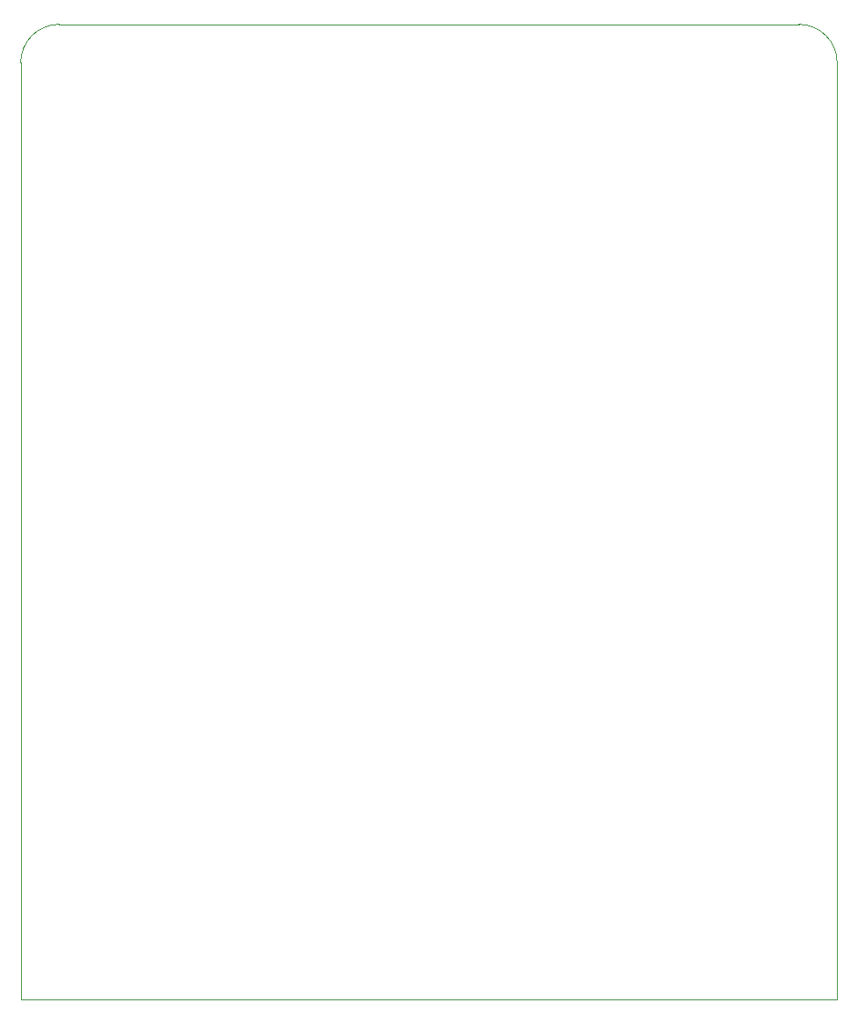
<source format=gbr>
G04 #@! TF.GenerationSoftware,KiCad,Pcbnew,(5.1.6)-1*
G04 #@! TF.CreationDate,2020-07-20T23:37:45+02:00*
G04 #@! TF.ProjectId,TrackRay_H02,54726163-6b52-4617-995f-4830322e6b69,rev?*
G04 #@! TF.SameCoordinates,Original*
G04 #@! TF.FileFunction,Profile,NP*
%FSLAX46Y46*%
G04 Gerber Fmt 4.6, Leading zero omitted, Abs format (unit mm)*
G04 Created by KiCad (PCBNEW (5.1.6)-1) date 2020-07-20 23:37:45*
%MOMM*%
%LPD*%
G01*
G04 APERTURE LIST*
G04 #@! TA.AperFunction,Profile*
%ADD10C,0.050000*%
G04 #@! TD*
G04 APERTURE END LIST*
D10*
X0Y-3700000D02*
G75*
G02*
X3700000Y0I3700000J0D01*
G01*
X75100000Y0D02*
G75*
G02*
X78800000Y-3700000I0J-3700000D01*
G01*
X75100000Y0D02*
X3700000Y0D01*
X78800000Y-94000000D02*
X78800000Y-3700000D01*
X0Y-94000000D02*
X78800000Y-94000000D01*
X0Y-3700000D02*
X0Y-94000000D01*
M02*

</source>
